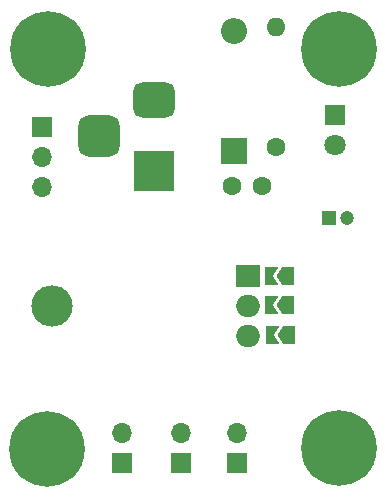
<source format=gbr>
%TF.GenerationSoftware,KiCad,Pcbnew,6.0.6+dfsg-1*%
%TF.CreationDate,2022-07-24T22:16:40+10:00*%
%TF.ProjectId,power-board,706f7765-722d-4626-9f61-72642e6b6963,rev?*%
%TF.SameCoordinates,Original*%
%TF.FileFunction,Soldermask,Bot*%
%TF.FilePolarity,Negative*%
%FSLAX46Y46*%
G04 Gerber Fmt 4.6, Leading zero omitted, Abs format (unit mm)*
G04 Created by KiCad (PCBNEW 6.0.6+dfsg-1) date 2022-07-24 22:16:40*
%MOMM*%
%LPD*%
G01*
G04 APERTURE LIST*
G04 Aperture macros list*
%AMRoundRect*
0 Rectangle with rounded corners*
0 $1 Rounding radius*
0 $2 $3 $4 $5 $6 $7 $8 $9 X,Y pos of 4 corners*
0 Add a 4 corners polygon primitive as box body*
4,1,4,$2,$3,$4,$5,$6,$7,$8,$9,$2,$3,0*
0 Add four circle primitives for the rounded corners*
1,1,$1+$1,$2,$3*
1,1,$1+$1,$4,$5*
1,1,$1+$1,$6,$7*
1,1,$1+$1,$8,$9*
0 Add four rect primitives between the rounded corners*
20,1,$1+$1,$2,$3,$4,$5,0*
20,1,$1+$1,$4,$5,$6,$7,0*
20,1,$1+$1,$6,$7,$8,$9,0*
20,1,$1+$1,$8,$9,$2,$3,0*%
%AMFreePoly0*
4,1,6,1.000000,0.000000,0.500000,-0.750000,-0.500000,-0.750000,-0.500000,0.750000,0.500000,0.750000,1.000000,0.000000,1.000000,0.000000,$1*%
%AMFreePoly1*
4,1,6,0.500000,-0.750000,-0.650000,-0.750000,-0.150000,0.000000,-0.650000,0.750000,0.500000,0.750000,0.500000,-0.750000,0.500000,-0.750000,$1*%
G04 Aperture macros list end*
%ADD10C,6.400000*%
%ADD11R,1.200000X1.200000*%
%ADD12C,1.200000*%
%ADD13R,1.800000X1.800000*%
%ADD14C,1.800000*%
%ADD15R,2.200000X2.200000*%
%ADD16O,2.200000X2.200000*%
%ADD17C,1.600000*%
%ADD18O,1.600000X1.600000*%
%ADD19R,1.700000X1.700000*%
%ADD20O,1.700000X1.700000*%
%ADD21R,3.500000X3.500000*%
%ADD22RoundRect,0.750000X-1.000000X0.750000X-1.000000X-0.750000X1.000000X-0.750000X1.000000X0.750000X0*%
%ADD23RoundRect,0.875000X-0.875000X0.875000X-0.875000X-0.875000X0.875000X-0.875000X0.875000X0.875000X0*%
%ADD24O,3.500000X3.500000*%
%ADD25R,2.000000X1.905000*%
%ADD26O,2.000000X1.905000*%
%ADD27FreePoly0,180.000000*%
%ADD28FreePoly1,180.000000*%
G04 APERTURE END LIST*
D10*
%TO.C,H2*%
X160600000Y-56300000D03*
%TD*%
%TO.C,H4*%
X160600000Y-90100000D03*
%TD*%
D11*
%TO.C,C1*%
X159805401Y-70612000D03*
D12*
X161305401Y-70612000D03*
%TD*%
D13*
%TO.C,D2*%
X160274000Y-61874400D03*
D14*
X160274000Y-64414400D03*
%TD*%
D10*
%TO.C,H3*%
X135915400Y-90170000D03*
%TD*%
D15*
%TO.C,D1*%
X151739600Y-64947800D03*
D16*
X151739600Y-54787800D03*
%TD*%
D17*
%TO.C,R1*%
X155346400Y-64541400D03*
D18*
X155346400Y-54381400D03*
%TD*%
D17*
%TO.C,C2*%
X151607200Y-67868800D03*
X154107200Y-67868800D03*
%TD*%
D19*
%TO.C,SW1*%
X135509000Y-62890400D03*
D20*
X135509000Y-65430400D03*
X135509000Y-67970400D03*
%TD*%
D21*
%TO.C,J1*%
X145008600Y-66601600D03*
D22*
X145008600Y-60601600D03*
D23*
X140308600Y-63601600D03*
%TD*%
D19*
%TO.C,J4*%
X152044400Y-91343400D03*
D20*
X152044400Y-88803400D03*
%TD*%
D10*
%TO.C,H1*%
X136000000Y-56300000D03*
%TD*%
D19*
%TO.C,J3*%
X147244400Y-91343400D03*
D20*
X147244400Y-88803400D03*
%TD*%
D24*
%TO.C,U1*%
X136300000Y-78000000D03*
D25*
X152960000Y-75460000D03*
D26*
X152960000Y-78000000D03*
X152960000Y-80540000D03*
%TD*%
D19*
%TO.C,J2*%
X142244400Y-91368400D03*
D20*
X142244400Y-88828400D03*
%TD*%
D27*
%TO.C,JP6*%
X156376200Y-80518000D03*
D28*
X154926200Y-80518000D03*
%TD*%
D27*
%TO.C,JP5*%
X156362400Y-77978000D03*
D28*
X154912400Y-77978000D03*
%TD*%
D27*
%TO.C,JP4*%
X156362400Y-75488800D03*
D28*
X154912400Y-75488800D03*
%TD*%
M02*

</source>
